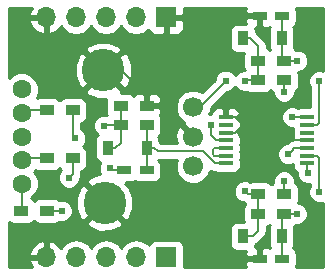
<source format=gbr>
G04 #@! TF.FileFunction,Copper,L2,Bot,Signal*
%FSLAX46Y46*%
G04 Gerber Fmt 4.6, Leading zero omitted, Abs format (unit mm)*
G04 Created by KiCad (PCBNEW 4.0.6) date 11/25/17 14:25:30*
%MOMM*%
%LPD*%
G01*
G04 APERTURE LIST*
%ADD10C,0.100000*%
%ADD11R,0.900000X1.200000*%
%ADD12C,1.600000*%
%ADD13C,1.700000*%
%ADD14C,3.600000*%
%ADD15R,1.700000X1.700000*%
%ADD16O,1.700000X1.700000*%
%ADD17R,1.200000X0.400000*%
%ADD18R,1.200000X0.900000*%
%ADD19R,1.200000X0.750000*%
%ADD20C,0.609600*%
%ADD21C,0.203200*%
%ADD22C,0.254000*%
G04 APERTURE END LIST*
D10*
D11*
X113950600Y-103715400D03*
X117250600Y-103715400D03*
D12*
X106694600Y-100762900D03*
X106694600Y-104762900D03*
D13*
X121194600Y-102762900D03*
D14*
X113694600Y-108362900D03*
D13*
X121194600Y-105262900D03*
X121194600Y-100262900D03*
D12*
X106694600Y-102762900D03*
X106694600Y-98762900D03*
X106694600Y-106762900D03*
D14*
X113594600Y-97162900D03*
D15*
X118901600Y-92666400D03*
D16*
X116361600Y-92666400D03*
X113821600Y-92666400D03*
X111281600Y-92666400D03*
X108741600Y-92666400D03*
D17*
X123960600Y-105030400D03*
X123960600Y-104380400D03*
X123960600Y-103730400D03*
X123960600Y-103080400D03*
X123960600Y-102430400D03*
X123960600Y-101780400D03*
X123960600Y-101130400D03*
X130860600Y-101130400D03*
X130860600Y-101780400D03*
X130860600Y-102430400D03*
X130860600Y-103080400D03*
X130860600Y-103730400D03*
X130860600Y-104380400D03*
X130860600Y-105030400D03*
D18*
X126691600Y-96349400D03*
X128891600Y-96349400D03*
X126691600Y-98000400D03*
X128891600Y-98000400D03*
D19*
X128741600Y-92539400D03*
X126841600Y-92539400D03*
D11*
X128679600Y-94444400D03*
X125379600Y-94444400D03*
X128679600Y-111208400D03*
X125379600Y-111208400D03*
D18*
X126691600Y-109303400D03*
X128891600Y-109303400D03*
D19*
X128741600Y-113113400D03*
X126841600Y-113113400D03*
X115350600Y-105620400D03*
X117250600Y-105620400D03*
D18*
X126691600Y-107652400D03*
X128891600Y-107652400D03*
X115050600Y-101810400D03*
X117250600Y-101810400D03*
X115050600Y-100159400D03*
X117250600Y-100159400D03*
X110984600Y-100540400D03*
X108784600Y-100540400D03*
X110984600Y-104604400D03*
X108784600Y-104604400D03*
X108825600Y-109049400D03*
X106625600Y-109049400D03*
D15*
X118907570Y-112977492D03*
D16*
X116367570Y-112977492D03*
X113827570Y-112977492D03*
X111287570Y-112977492D03*
X108747570Y-112977492D03*
D20*
X131855600Y-98063900D03*
X130014100Y-96349400D03*
X127093100Y-104413900D03*
X131855600Y-107461900D03*
X129950600Y-109303400D03*
X123949007Y-98032993D03*
X125569100Y-98063900D03*
X125569100Y-107398400D03*
X114137496Y-105456696D03*
X128883508Y-98988758D03*
X130903100Y-105810900D03*
X128885540Y-106531716D03*
X111208028Y-102902239D03*
X110691341Y-106237093D03*
X110066681Y-109049400D03*
X129569600Y-101111900D03*
X129228616Y-104248639D03*
X113677627Y-101840589D03*
X122711600Y-101810400D03*
D21*
X131855600Y-98063900D02*
X131855600Y-101588600D01*
X131855600Y-101588600D02*
X131663800Y-101780400D01*
X131663800Y-101780400D02*
X130860600Y-101780400D01*
X128891600Y-96349400D02*
X130014100Y-96349400D01*
X128679600Y-94444400D02*
X128679600Y-96137400D01*
X128679600Y-96137400D02*
X128891600Y-96349400D01*
X128741600Y-92539400D02*
X128741600Y-94382400D01*
X128741600Y-94382400D02*
X128679600Y-94444400D01*
X113594600Y-97162900D02*
X113595119Y-97163419D01*
X113595119Y-97163419D02*
X115080119Y-97163419D01*
X115080119Y-97163419D02*
X117250600Y-99333900D01*
X117250600Y-99333900D02*
X117250600Y-100159400D01*
X130860600Y-103080400D02*
X128109100Y-103080400D01*
X128109100Y-103080400D02*
X127093100Y-104096400D01*
X127093100Y-104413900D02*
X127093100Y-104096400D01*
X127093100Y-104096400D02*
X127093100Y-103982848D01*
X127093100Y-103982848D02*
X125251600Y-102141348D01*
X125251600Y-102141348D02*
X125251600Y-101942600D01*
X125251600Y-101618200D02*
X125251600Y-102093400D01*
X125251600Y-101942600D02*
X125251600Y-101618200D01*
X125251600Y-101618200D02*
X124763800Y-101130400D01*
X124763800Y-101130400D02*
X123960600Y-101130400D01*
X123960600Y-102430400D02*
X124763800Y-102430400D01*
X124763800Y-102430400D02*
X125251600Y-101942600D01*
X131855600Y-107461900D02*
X131855600Y-107156408D01*
X131855600Y-107156408D02*
X131848696Y-107149504D01*
X128891600Y-109303400D02*
X129950600Y-109303400D01*
X130860600Y-104380400D02*
X131663800Y-104380400D01*
X131663800Y-104380400D02*
X131848696Y-104565296D01*
X131848696Y-104565296D02*
X131848696Y-107149504D01*
X128679600Y-111208400D02*
X128679600Y-109515400D01*
X128679600Y-109515400D02*
X128891600Y-109303400D01*
X128741600Y-113113400D02*
X128741600Y-111270400D01*
X128741600Y-111270400D02*
X128679600Y-111208400D01*
X123949007Y-98032993D02*
X121909600Y-100072400D01*
X121909600Y-100072400D02*
X121194600Y-100072400D01*
X126691600Y-98000400D02*
X125632600Y-98000400D01*
X125632600Y-98000400D02*
X125569100Y-98063900D01*
X126691600Y-96349400D02*
X126691600Y-98000400D01*
X125379600Y-94444400D02*
X126032800Y-94444400D01*
X126032800Y-94444400D02*
X126691600Y-95103200D01*
X126691600Y-95103200D02*
X126691600Y-95696200D01*
X126691600Y-95696200D02*
X126691600Y-96349400D01*
X126691600Y-107652400D02*
X125823100Y-107652400D01*
X125823100Y-107652400D02*
X125569100Y-107398400D01*
X126691600Y-110784400D02*
X126267600Y-111208400D01*
X126267600Y-111208400D02*
X125379600Y-111208400D01*
X126691600Y-109303400D02*
X126691600Y-110784400D01*
X126691600Y-107652400D02*
X126691600Y-109303400D01*
X107979600Y-100540400D02*
X108784600Y-100540400D01*
X106694600Y-100572400D02*
X106726600Y-100540400D01*
X106726600Y-100540400D02*
X107979600Y-100540400D01*
X106694600Y-104572400D02*
X108752600Y-104572400D01*
X108752600Y-104572400D02*
X108784600Y-104604400D01*
X114301200Y-105620400D02*
X114137496Y-105456696D01*
X115350600Y-105620400D02*
X114301200Y-105620400D01*
X128883508Y-98237036D02*
X128883508Y-98988758D01*
X130860600Y-105030400D02*
X130860600Y-105768400D01*
X130860600Y-105768400D02*
X130903100Y-105810900D01*
X128995600Y-106421656D02*
X128885540Y-106531716D01*
X128891600Y-106537776D02*
X128885540Y-106531716D01*
X128891600Y-107652400D02*
X128891600Y-106537776D01*
X106694600Y-108980400D02*
X106625600Y-109049400D01*
X106694600Y-106572400D02*
X106694600Y-108980400D01*
X110984600Y-102678811D02*
X111208028Y-102902239D01*
X110984600Y-100540400D02*
X110984600Y-102678811D01*
X110984600Y-104604400D02*
X110984600Y-105943834D01*
X110984600Y-105943834D02*
X110691341Y-106237093D01*
X108825600Y-109049400D02*
X110066681Y-109049400D01*
X130860600Y-101130400D02*
X129588100Y-101130400D01*
X129588100Y-101130400D02*
X129569600Y-101111900D01*
X129533415Y-103943840D02*
X129228616Y-104248639D01*
X129746855Y-103730400D02*
X129533415Y-103943840D01*
X130860600Y-103730400D02*
X129746855Y-103730400D01*
X113707816Y-101810400D02*
X113677627Y-101840589D01*
X115050600Y-101810400D02*
X113707816Y-101810400D01*
X113950600Y-103715400D02*
X114603800Y-103715400D01*
X115050600Y-102463600D02*
X115050600Y-101810400D01*
X114603800Y-103715400D02*
X115050600Y-103268600D01*
X115050600Y-103268600D02*
X115050600Y-102463600D01*
X115050600Y-100159400D02*
X115050600Y-101810400D01*
X117250600Y-101810400D02*
X117254815Y-101814615D01*
X117254815Y-101814615D02*
X117254815Y-103711185D01*
X117254815Y-103711185D02*
X117250600Y-103715400D01*
X117250600Y-103715400D02*
X117903800Y-103715400D01*
X117903800Y-103715400D02*
X118204911Y-104016511D01*
X118204911Y-104016511D02*
X121996711Y-104016511D01*
X121996711Y-104016511D02*
X123010600Y-105030400D01*
X123010600Y-105030400D02*
X123960600Y-105030400D01*
X117250600Y-105620400D02*
X117250600Y-105042200D01*
X117250600Y-103715400D02*
X117250600Y-105620400D01*
X123960600Y-104380400D02*
X122971201Y-104380400D01*
X122971201Y-104380400D02*
X122838600Y-104247799D01*
X122838600Y-104247799D02*
X122838600Y-103887430D01*
X122838600Y-103887430D02*
X122995630Y-103730400D01*
X122995630Y-103730400D02*
X123960600Y-103730400D01*
X123157400Y-103080400D02*
X122711600Y-102634600D01*
X122711600Y-102634600D02*
X122711600Y-101810400D01*
X123960600Y-103080400D02*
X123157400Y-103080400D01*
D22*
G36*
X107300114Y-92309508D02*
X107420781Y-92539400D01*
X108614600Y-92539400D01*
X108614600Y-92519400D01*
X108868600Y-92519400D01*
X108868600Y-92539400D01*
X108888600Y-92539400D01*
X108888600Y-92793400D01*
X108868600Y-92793400D01*
X108868600Y-93986555D01*
X109098490Y-94107876D01*
X109508524Y-93938045D01*
X109936783Y-93547758D01*
X110003898Y-93404847D01*
X110231546Y-93745547D01*
X110713315Y-94067454D01*
X111281600Y-94180493D01*
X111849885Y-94067454D01*
X112331654Y-93745547D01*
X112551600Y-93416374D01*
X112771546Y-93745547D01*
X113253315Y-94067454D01*
X113821600Y-94180493D01*
X114389885Y-94067454D01*
X114871654Y-93745547D01*
X115091600Y-93416374D01*
X115311546Y-93745547D01*
X115793315Y-94067454D01*
X116361600Y-94180493D01*
X116929885Y-94067454D01*
X117411654Y-93745547D01*
X117441003Y-93701623D01*
X117513273Y-93876098D01*
X117691901Y-94054727D01*
X117925290Y-94151400D01*
X118615850Y-94151400D01*
X118774600Y-93992650D01*
X118774600Y-92793400D01*
X119028600Y-92793400D01*
X119028600Y-93992650D01*
X119187350Y-94151400D01*
X119877910Y-94151400D01*
X120111299Y-94054727D01*
X120289927Y-93876098D01*
X120386600Y-93642709D01*
X120386600Y-92952150D01*
X120227850Y-92793400D01*
X119028600Y-92793400D01*
X118774600Y-92793400D01*
X118754600Y-92793400D01*
X118754600Y-92539400D01*
X118774600Y-92539400D01*
X118774600Y-92519400D01*
X119028600Y-92519400D01*
X119028600Y-92539400D01*
X120227850Y-92539400D01*
X120386600Y-92380650D01*
X120386600Y-91852400D01*
X125683515Y-91852400D01*
X125606600Y-92038090D01*
X125606600Y-92253650D01*
X125765350Y-92412400D01*
X126714600Y-92412400D01*
X126714600Y-92392400D01*
X126968600Y-92392400D01*
X126968600Y-92412400D01*
X126988600Y-92412400D01*
X126988600Y-92666400D01*
X126968600Y-92666400D01*
X126968600Y-93390650D01*
X127127350Y-93549400D01*
X127567909Y-93549400D01*
X127700013Y-93494681D01*
X127633169Y-93592510D01*
X127582160Y-93844400D01*
X127582160Y-95044400D01*
X127626438Y-95279717D01*
X127718228Y-95422362D01*
X127543490Y-95302969D01*
X127428200Y-95279622D01*
X127428200Y-95103200D01*
X127372130Y-94821315D01*
X127212455Y-94582345D01*
X126553655Y-93923545D01*
X126477040Y-93872352D01*
X126477040Y-93844400D01*
X126432762Y-93609083D01*
X126394357Y-93549400D01*
X126555850Y-93549400D01*
X126714600Y-93390650D01*
X126714600Y-92666400D01*
X125765350Y-92666400D01*
X125606600Y-92825150D01*
X125606600Y-93040710D01*
X125671321Y-93196960D01*
X124929600Y-93196960D01*
X124694283Y-93241238D01*
X124478159Y-93380310D01*
X124333169Y-93592510D01*
X124282160Y-93844400D01*
X124282160Y-95044400D01*
X124326438Y-95279717D01*
X124465510Y-95495841D01*
X124677710Y-95640831D01*
X124929600Y-95691840D01*
X125486192Y-95691840D01*
X125444160Y-95899400D01*
X125444160Y-96799400D01*
X125488438Y-97034717D01*
X125545941Y-97124079D01*
X125382982Y-97123937D01*
X125037441Y-97266712D01*
X124772841Y-97530851D01*
X124765598Y-97548293D01*
X124746195Y-97501334D01*
X124482056Y-97236734D01*
X124136765Y-97093356D01*
X123762889Y-97093030D01*
X123417348Y-97235805D01*
X123152748Y-97499944D01*
X123009370Y-97845235D01*
X123009295Y-97930995D01*
X121965301Y-98974989D01*
X121491281Y-98778158D01*
X120900511Y-98777643D01*
X120354514Y-99003244D01*
X119936412Y-99420617D01*
X119709858Y-99966219D01*
X119709343Y-100556989D01*
X119934944Y-101102986D01*
X120352317Y-101521088D01*
X120388631Y-101536167D01*
X120330247Y-101718942D01*
X121194600Y-102583295D01*
X121208743Y-102569153D01*
X121388348Y-102748758D01*
X121374205Y-102762900D01*
X121388348Y-102777043D01*
X121208743Y-102956648D01*
X121194600Y-102942505D01*
X121180458Y-102956648D01*
X121000853Y-102777043D01*
X121014995Y-102762900D01*
X120150642Y-101898547D01*
X119899341Y-101978820D01*
X119697882Y-102534179D01*
X119724285Y-103124358D01*
X119788717Y-103279911D01*
X118510021Y-103279911D01*
X118424655Y-103194545D01*
X118348040Y-103143352D01*
X118348040Y-103115400D01*
X118303762Y-102880083D01*
X118232454Y-102769268D01*
X118302041Y-102724490D01*
X118447031Y-102512290D01*
X118498040Y-102260400D01*
X118498040Y-101360400D01*
X118453762Y-101125083D01*
X118367303Y-100990723D01*
X118388927Y-100969099D01*
X118485600Y-100735710D01*
X118485600Y-100445150D01*
X118326850Y-100286400D01*
X117377600Y-100286400D01*
X117377600Y-100306400D01*
X117123600Y-100306400D01*
X117123600Y-100286400D01*
X117103600Y-100286400D01*
X117103600Y-100032400D01*
X117123600Y-100032400D01*
X117123600Y-99233150D01*
X117377600Y-99233150D01*
X117377600Y-100032400D01*
X118326850Y-100032400D01*
X118485600Y-99873650D01*
X118485600Y-99583090D01*
X118388927Y-99349701D01*
X118210298Y-99171073D01*
X117976909Y-99074400D01*
X117536350Y-99074400D01*
X117377600Y-99233150D01*
X117123600Y-99233150D01*
X116964850Y-99074400D01*
X116524291Y-99074400D01*
X116290902Y-99171073D01*
X116149664Y-99312310D01*
X116114690Y-99257959D01*
X115902490Y-99112969D01*
X115650600Y-99061960D01*
X115051103Y-99061960D01*
X115145625Y-98893530D01*
X113594600Y-97342505D01*
X112043575Y-98893530D01*
X112239958Y-99243469D01*
X113139273Y-99603494D01*
X113826263Y-99595314D01*
X113803160Y-99709400D01*
X113803160Y-100609400D01*
X113847438Y-100844717D01*
X113890275Y-100911287D01*
X113865385Y-100900952D01*
X113491509Y-100900626D01*
X113145968Y-101043401D01*
X112881368Y-101307540D01*
X112737990Y-101652831D01*
X112737664Y-102026707D01*
X112880439Y-102372248D01*
X113116048Y-102608268D01*
X113049159Y-102651310D01*
X112904169Y-102863510D01*
X112853160Y-103115400D01*
X112853160Y-104315400D01*
X112897438Y-104550717D01*
X113036510Y-104766841D01*
X113248710Y-104911831D01*
X113338586Y-104930031D01*
X113197859Y-105268938D01*
X113197533Y-105642814D01*
X113317114Y-105932222D01*
X113181292Y-105933839D01*
X112339958Y-106282331D01*
X112143575Y-106632270D01*
X113694600Y-108183295D01*
X113708743Y-108169153D01*
X113888348Y-108348758D01*
X113874205Y-108362900D01*
X115425230Y-109913925D01*
X115775169Y-109717542D01*
X116135194Y-108818227D01*
X116123661Y-107849592D01*
X115775169Y-107008258D01*
X115425232Y-106811876D01*
X115538182Y-106698926D01*
X115482096Y-106642840D01*
X115950600Y-106642840D01*
X116185917Y-106598562D01*
X116300578Y-106524780D01*
X116398710Y-106591831D01*
X116650600Y-106642840D01*
X117850600Y-106642840D01*
X118085917Y-106598562D01*
X118302041Y-106459490D01*
X118447031Y-106247290D01*
X118498040Y-105995400D01*
X118498040Y-105245400D01*
X118453762Y-105010083D01*
X118314690Y-104793959D01*
X118254907Y-104753111D01*
X119798348Y-104753111D01*
X119709858Y-104966219D01*
X119709343Y-105556989D01*
X119934944Y-106102986D01*
X120352317Y-106521088D01*
X120897919Y-106747642D01*
X121488689Y-106748157D01*
X122034686Y-106522556D01*
X122452788Y-106105183D01*
X122640869Y-105652233D01*
X122728715Y-105710930D01*
X122775483Y-105720233D01*
X123010600Y-105767001D01*
X123010605Y-105767000D01*
X123021144Y-105767000D01*
X123108710Y-105826831D01*
X123360600Y-105877840D01*
X124560600Y-105877840D01*
X124795917Y-105833562D01*
X125012041Y-105694490D01*
X125157031Y-105482290D01*
X125208040Y-105230400D01*
X125208040Y-104830400D01*
X125183656Y-104700811D01*
X125208040Y-104580400D01*
X125208040Y-104180400D01*
X125183656Y-104050811D01*
X125208040Y-103930400D01*
X125208040Y-103530400D01*
X125183656Y-103400811D01*
X125208040Y-103280400D01*
X125208040Y-102880400D01*
X125188150Y-102774695D01*
X125195600Y-102756710D01*
X125195600Y-102689150D01*
X125166596Y-102660146D01*
X125163762Y-102645083D01*
X125024690Y-102428959D01*
X125023301Y-102428010D01*
X125157031Y-102232290D01*
X125162635Y-102204615D01*
X125195600Y-102171650D01*
X125195600Y-102104090D01*
X125187132Y-102083647D01*
X125208040Y-101980400D01*
X125208040Y-101580400D01*
X125188150Y-101474695D01*
X125195600Y-101456710D01*
X125195600Y-101389150D01*
X125166596Y-101360146D01*
X125163762Y-101345083D01*
X125024690Y-101128959D01*
X124880444Y-101030400D01*
X125036850Y-101030400D01*
X125195600Y-100871650D01*
X125195600Y-100804090D01*
X125098927Y-100570701D01*
X124920298Y-100392073D01*
X124686909Y-100295400D01*
X124246350Y-100295400D01*
X124087600Y-100454150D01*
X124087600Y-100932960D01*
X123833600Y-100932960D01*
X123833600Y-100454150D01*
X123674850Y-100295400D01*
X123234291Y-100295400D01*
X123000902Y-100392073D01*
X122822273Y-100570701D01*
X122725600Y-100804090D01*
X122725600Y-100870611D01*
X122550254Y-100870459D01*
X122679342Y-100559581D01*
X122679530Y-100344180D01*
X124050828Y-98972882D01*
X124135125Y-98972956D01*
X124480666Y-98830181D01*
X124745266Y-98566042D01*
X124752509Y-98548600D01*
X124771912Y-98595559D01*
X125036051Y-98860159D01*
X125381342Y-99003537D01*
X125755218Y-99003863D01*
X125768682Y-98998300D01*
X125839710Y-99046831D01*
X126091600Y-99097840D01*
X127291600Y-99097840D01*
X127526917Y-99053562D01*
X127743041Y-98914490D01*
X127790734Y-98844689D01*
X127827510Y-98901841D01*
X127943714Y-98981240D01*
X127943545Y-99174876D01*
X128086320Y-99520417D01*
X128350459Y-99785017D01*
X128695750Y-99928395D01*
X129069626Y-99928721D01*
X129415167Y-99785946D01*
X129679767Y-99521807D01*
X129823145Y-99176516D01*
X129823306Y-98991537D01*
X129943041Y-98914490D01*
X130088031Y-98702290D01*
X130139040Y-98450400D01*
X130139040Y-97550400D01*
X130094762Y-97315083D01*
X130078143Y-97289257D01*
X130200218Y-97289363D01*
X130545759Y-97146588D01*
X130810359Y-96882449D01*
X130953737Y-96537158D01*
X130954063Y-96163282D01*
X130811288Y-95817741D01*
X130547149Y-95553141D01*
X130201858Y-95409763D01*
X129899402Y-95409499D01*
X129743490Y-95302969D01*
X129724144Y-95299051D01*
X129726031Y-95296290D01*
X129777040Y-95044400D01*
X129777040Y-93844400D01*
X129732762Y-93609083D01*
X129645480Y-93473443D01*
X129793041Y-93378490D01*
X129938031Y-93166290D01*
X129989040Y-92914400D01*
X129989040Y-92164400D01*
X129944762Y-91929083D01*
X129895418Y-91852400D01*
X132161600Y-91852400D01*
X132161600Y-97173362D01*
X132043358Y-97124263D01*
X131669482Y-97123937D01*
X131323941Y-97266712D01*
X131059341Y-97530851D01*
X130915963Y-97876142D01*
X130915637Y-98250018D01*
X131058412Y-98595559D01*
X131119000Y-98656253D01*
X131119000Y-100282960D01*
X130260600Y-100282960D01*
X130097743Y-100313604D01*
X129757358Y-100172263D01*
X129383482Y-100171937D01*
X129037941Y-100314712D01*
X128773341Y-100578851D01*
X128629963Y-100924142D01*
X128629637Y-101298018D01*
X128772412Y-101643559D01*
X129036551Y-101908159D01*
X129381842Y-102051537D01*
X129626586Y-102051750D01*
X129637544Y-102109989D01*
X129613160Y-102230400D01*
X129613160Y-102630400D01*
X129633050Y-102736105D01*
X129625600Y-102754090D01*
X129625600Y-102821650D01*
X129654604Y-102850654D01*
X129657438Y-102865717D01*
X129713859Y-102953398D01*
X129625600Y-102953398D01*
X129625600Y-103017919D01*
X129464970Y-103049870D01*
X129264045Y-103184124D01*
X129226000Y-103209545D01*
X129126795Y-103308750D01*
X129042498Y-103308676D01*
X128696957Y-103451451D01*
X128432357Y-103715590D01*
X128288979Y-104060881D01*
X128288653Y-104434757D01*
X128431428Y-104780298D01*
X128695567Y-105044898D01*
X129040858Y-105188276D01*
X129414734Y-105188602D01*
X129613160Y-105106614D01*
X129613160Y-105230400D01*
X129657438Y-105465717D01*
X129796510Y-105681841D01*
X129963312Y-105795812D01*
X129963137Y-105997018D01*
X130105912Y-106342559D01*
X130370051Y-106607159D01*
X130715342Y-106750537D01*
X131089218Y-106750863D01*
X131112096Y-106741410D01*
X131112096Y-106876188D01*
X131059341Y-106928851D01*
X130915963Y-107274142D01*
X130915637Y-107648018D01*
X131058412Y-107993559D01*
X131322551Y-108258159D01*
X131667842Y-108401537D01*
X132041718Y-108401863D01*
X132161600Y-108352329D01*
X132161600Y-113800400D01*
X129896960Y-113800400D01*
X129938031Y-113740290D01*
X129989040Y-113488400D01*
X129989040Y-112738400D01*
X129944762Y-112503083D01*
X129805690Y-112286959D01*
X129645801Y-112177711D01*
X129726031Y-112060290D01*
X129777040Y-111808400D01*
X129777040Y-110608400D01*
X129732762Y-110373083D01*
X129722648Y-110357365D01*
X129726917Y-110356562D01*
X129903150Y-110243159D01*
X130136718Y-110243363D01*
X130482259Y-110100588D01*
X130746859Y-109836449D01*
X130890237Y-109491158D01*
X130890563Y-109117282D01*
X130747788Y-108771741D01*
X130483649Y-108507141D01*
X130138358Y-108363763D01*
X130081592Y-108363714D01*
X130088031Y-108354290D01*
X130139040Y-108102400D01*
X130139040Y-107202400D01*
X130094762Y-106967083D01*
X129955690Y-106750959D01*
X129825227Y-106661818D01*
X129825503Y-106345598D01*
X129682728Y-106000057D01*
X129418589Y-105735457D01*
X129073298Y-105592079D01*
X128699422Y-105591753D01*
X128353881Y-105734528D01*
X128089281Y-105998667D01*
X127945903Y-106343958D01*
X127945618Y-106670449D01*
X127840159Y-106738310D01*
X127792466Y-106808111D01*
X127755690Y-106750959D01*
X127543490Y-106605969D01*
X127291600Y-106554960D01*
X126091600Y-106554960D01*
X126020668Y-106568307D01*
X125756858Y-106458763D01*
X125382982Y-106458437D01*
X125037441Y-106601212D01*
X124772841Y-106865351D01*
X124629463Y-107210642D01*
X124629137Y-107584518D01*
X124771912Y-107930059D01*
X125036051Y-108194659D01*
X125381342Y-108338037D01*
X125488704Y-108338131D01*
X125579121Y-108478642D01*
X125495169Y-108601510D01*
X125444160Y-108853400D01*
X125444160Y-109753400D01*
X125483215Y-109960960D01*
X124929600Y-109960960D01*
X124694283Y-110005238D01*
X124478159Y-110144310D01*
X124333169Y-110356510D01*
X124282160Y-110608400D01*
X124282160Y-111808400D01*
X124326438Y-112043717D01*
X124465510Y-112259841D01*
X124677710Y-112404831D01*
X124929600Y-112455840D01*
X125671321Y-112455840D01*
X125606600Y-112612090D01*
X125606600Y-112827650D01*
X125765350Y-112986400D01*
X126714600Y-112986400D01*
X126714600Y-112262150D01*
X126555850Y-112103400D01*
X126396575Y-112103400D01*
X126426031Y-112060290D01*
X126457007Y-111907325D01*
X126549485Y-111888930D01*
X126788455Y-111729255D01*
X127212455Y-111305255D01*
X127235744Y-111270400D01*
X127372130Y-111066285D01*
X127399932Y-110926515D01*
X127428201Y-110784400D01*
X127428200Y-110784395D01*
X127428200Y-110375137D01*
X127526917Y-110356562D01*
X127716478Y-110234583D01*
X127633169Y-110356510D01*
X127582160Y-110608400D01*
X127582160Y-111808400D01*
X127626438Y-112043717D01*
X127700069Y-112158142D01*
X127567909Y-112103400D01*
X127127350Y-112103400D01*
X126968600Y-112262150D01*
X126968600Y-112986400D01*
X126988600Y-112986400D01*
X126988600Y-113240400D01*
X126968600Y-113240400D01*
X126968600Y-113260400D01*
X126714600Y-113260400D01*
X126714600Y-113240400D01*
X125765350Y-113240400D01*
X125606600Y-113399150D01*
X125606600Y-113614710D01*
X125683515Y-113800400D01*
X120405010Y-113800400D01*
X120405010Y-112127492D01*
X120360732Y-111892175D01*
X120221660Y-111676051D01*
X120009460Y-111531061D01*
X119757570Y-111480052D01*
X118057570Y-111480052D01*
X117822253Y-111524330D01*
X117606129Y-111663402D01*
X117461139Y-111875602D01*
X117447484Y-111943033D01*
X117417624Y-111898345D01*
X116935855Y-111576438D01*
X116367570Y-111463399D01*
X115799285Y-111576438D01*
X115317516Y-111898345D01*
X115097570Y-112227518D01*
X114877624Y-111898345D01*
X114395855Y-111576438D01*
X113827570Y-111463399D01*
X113259285Y-111576438D01*
X112777516Y-111898345D01*
X112557570Y-112227518D01*
X112337624Y-111898345D01*
X111855855Y-111576438D01*
X111287570Y-111463399D01*
X110719285Y-111576438D01*
X110237516Y-111898345D01*
X110009868Y-112239045D01*
X109942753Y-112096134D01*
X109514494Y-111705847D01*
X109104460Y-111536016D01*
X108874570Y-111657337D01*
X108874570Y-112850492D01*
X108894570Y-112850492D01*
X108894570Y-113104492D01*
X108874570Y-113104492D01*
X108874570Y-113124492D01*
X108620570Y-113124492D01*
X108620570Y-113104492D01*
X107426751Y-113104492D01*
X107306084Y-113334384D01*
X107524937Y-113800400D01*
X105641600Y-113800400D01*
X105641600Y-112620600D01*
X107306084Y-112620600D01*
X107426751Y-112850492D01*
X108620570Y-112850492D01*
X108620570Y-111657337D01*
X108390680Y-111536016D01*
X107980646Y-111705847D01*
X107552387Y-112096134D01*
X107306084Y-112620600D01*
X105641600Y-112620600D01*
X105641600Y-110005564D01*
X105773710Y-110095831D01*
X106025600Y-110146840D01*
X107225600Y-110146840D01*
X107460917Y-110102562D01*
X107677041Y-109963490D01*
X107724734Y-109893689D01*
X107761510Y-109950841D01*
X107973710Y-110095831D01*
X108225600Y-110146840D01*
X109425600Y-110146840D01*
X109660917Y-110102562D01*
X109674953Y-110093530D01*
X112143575Y-110093530D01*
X112339958Y-110443469D01*
X113239273Y-110803494D01*
X114207908Y-110791961D01*
X115049242Y-110443469D01*
X115245625Y-110093530D01*
X113694600Y-108542505D01*
X112143575Y-110093530D01*
X109674953Y-110093530D01*
X109853649Y-109978542D01*
X109878923Y-109989037D01*
X110252799Y-109989363D01*
X110598340Y-109846588D01*
X110862940Y-109582449D01*
X111006318Y-109237158D01*
X111006644Y-108863282D01*
X110863869Y-108517741D01*
X110599730Y-108253141D01*
X110254439Y-108109763D01*
X109880563Y-108109437D01*
X109851118Y-108121604D01*
X109677490Y-108002969D01*
X109425600Y-107951960D01*
X108225600Y-107951960D01*
X107990283Y-107996238D01*
X107774159Y-108135310D01*
X107726466Y-108205111D01*
X107689690Y-108147959D01*
X107477490Y-108002969D01*
X107459818Y-107999390D01*
X107506400Y-107980143D01*
X107579096Y-107907573D01*
X111254006Y-107907573D01*
X111265539Y-108876208D01*
X111614031Y-109717542D01*
X111963970Y-109913925D01*
X113514995Y-108362900D01*
X111963970Y-106811875D01*
X111614031Y-107008258D01*
X111254006Y-107907573D01*
X107579096Y-107907573D01*
X107910424Y-107576823D01*
X108129350Y-107049591D01*
X108129848Y-106478713D01*
X107911843Y-105951100D01*
X107723997Y-105762926D01*
X107875467Y-105611719D01*
X107932710Y-105650831D01*
X108184600Y-105701840D01*
X109384600Y-105701840D01*
X109619917Y-105657562D01*
X109836041Y-105518490D01*
X109883734Y-105448689D01*
X109920510Y-105505841D01*
X110023285Y-105576064D01*
X109895082Y-105704044D01*
X109751704Y-106049335D01*
X109751378Y-106423211D01*
X109894153Y-106768752D01*
X110158292Y-107033352D01*
X110503583Y-107176730D01*
X110877459Y-107177056D01*
X111223000Y-107034281D01*
X111487600Y-106770142D01*
X111630978Y-106424851D01*
X111631107Y-106276638D01*
X111665130Y-106225719D01*
X111721200Y-105943834D01*
X111721200Y-105676137D01*
X111819917Y-105657562D01*
X112036041Y-105518490D01*
X112181031Y-105306290D01*
X112232040Y-105054400D01*
X112232040Y-104154400D01*
X112187762Y-103919083D01*
X112048690Y-103702959D01*
X111863146Y-103576183D01*
X112004287Y-103435288D01*
X112147665Y-103089997D01*
X112147991Y-102716121D01*
X112005216Y-102370580D01*
X111741077Y-102105980D01*
X111721200Y-102097726D01*
X111721200Y-101612137D01*
X111819917Y-101593562D01*
X112036041Y-101454490D01*
X112181031Y-101242290D01*
X112232040Y-100990400D01*
X112232040Y-100090400D01*
X112187762Y-99855083D01*
X112048690Y-99638959D01*
X111836490Y-99493969D01*
X111584600Y-99442960D01*
X110384600Y-99442960D01*
X110149283Y-99487238D01*
X109933159Y-99626310D01*
X109885466Y-99696111D01*
X109848690Y-99638959D01*
X109636490Y-99493969D01*
X109384600Y-99442960D01*
X108184600Y-99442960D01*
X107949283Y-99487238D01*
X107947018Y-99488696D01*
X108129350Y-99049591D01*
X108129848Y-98478713D01*
X107911843Y-97951100D01*
X107508523Y-97547076D01*
X106981291Y-97328150D01*
X106410413Y-97327652D01*
X105882800Y-97545657D01*
X105641600Y-97786437D01*
X105641600Y-96707573D01*
X111154006Y-96707573D01*
X111165539Y-97676208D01*
X111514031Y-98517542D01*
X111863970Y-98713925D01*
X113414995Y-97162900D01*
X113774205Y-97162900D01*
X115325230Y-98713925D01*
X115675169Y-98517542D01*
X116035194Y-97618227D01*
X116023661Y-96649592D01*
X115675169Y-95808258D01*
X115325230Y-95611875D01*
X113774205Y-97162900D01*
X113414995Y-97162900D01*
X111863970Y-95611875D01*
X111514031Y-95808258D01*
X111154006Y-96707573D01*
X105641600Y-96707573D01*
X105641600Y-95432270D01*
X112043575Y-95432270D01*
X113594600Y-96983295D01*
X115145625Y-95432270D01*
X114949242Y-95082331D01*
X114049927Y-94722306D01*
X113081292Y-94733839D01*
X112239958Y-95082331D01*
X112043575Y-95432270D01*
X105641600Y-95432270D01*
X105641600Y-93023292D01*
X107300114Y-93023292D01*
X107546417Y-93547758D01*
X107974676Y-93938045D01*
X108384710Y-94107876D01*
X108614600Y-93986555D01*
X108614600Y-92793400D01*
X107420781Y-92793400D01*
X107300114Y-93023292D01*
X105641600Y-93023292D01*
X105641600Y-91852400D01*
X107514784Y-91852400D01*
X107300114Y-92309508D01*
X107300114Y-92309508D01*
G37*
X107300114Y-92309508D02*
X107420781Y-92539400D01*
X108614600Y-92539400D01*
X108614600Y-92519400D01*
X108868600Y-92519400D01*
X108868600Y-92539400D01*
X108888600Y-92539400D01*
X108888600Y-92793400D01*
X108868600Y-92793400D01*
X108868600Y-93986555D01*
X109098490Y-94107876D01*
X109508524Y-93938045D01*
X109936783Y-93547758D01*
X110003898Y-93404847D01*
X110231546Y-93745547D01*
X110713315Y-94067454D01*
X111281600Y-94180493D01*
X111849885Y-94067454D01*
X112331654Y-93745547D01*
X112551600Y-93416374D01*
X112771546Y-93745547D01*
X113253315Y-94067454D01*
X113821600Y-94180493D01*
X114389885Y-94067454D01*
X114871654Y-93745547D01*
X115091600Y-93416374D01*
X115311546Y-93745547D01*
X115793315Y-94067454D01*
X116361600Y-94180493D01*
X116929885Y-94067454D01*
X117411654Y-93745547D01*
X117441003Y-93701623D01*
X117513273Y-93876098D01*
X117691901Y-94054727D01*
X117925290Y-94151400D01*
X118615850Y-94151400D01*
X118774600Y-93992650D01*
X118774600Y-92793400D01*
X119028600Y-92793400D01*
X119028600Y-93992650D01*
X119187350Y-94151400D01*
X119877910Y-94151400D01*
X120111299Y-94054727D01*
X120289927Y-93876098D01*
X120386600Y-93642709D01*
X120386600Y-92952150D01*
X120227850Y-92793400D01*
X119028600Y-92793400D01*
X118774600Y-92793400D01*
X118754600Y-92793400D01*
X118754600Y-92539400D01*
X118774600Y-92539400D01*
X118774600Y-92519400D01*
X119028600Y-92519400D01*
X119028600Y-92539400D01*
X120227850Y-92539400D01*
X120386600Y-92380650D01*
X120386600Y-91852400D01*
X125683515Y-91852400D01*
X125606600Y-92038090D01*
X125606600Y-92253650D01*
X125765350Y-92412400D01*
X126714600Y-92412400D01*
X126714600Y-92392400D01*
X126968600Y-92392400D01*
X126968600Y-92412400D01*
X126988600Y-92412400D01*
X126988600Y-92666400D01*
X126968600Y-92666400D01*
X126968600Y-93390650D01*
X127127350Y-93549400D01*
X127567909Y-93549400D01*
X127700013Y-93494681D01*
X127633169Y-93592510D01*
X127582160Y-93844400D01*
X127582160Y-95044400D01*
X127626438Y-95279717D01*
X127718228Y-95422362D01*
X127543490Y-95302969D01*
X127428200Y-95279622D01*
X127428200Y-95103200D01*
X127372130Y-94821315D01*
X127212455Y-94582345D01*
X126553655Y-93923545D01*
X126477040Y-93872352D01*
X126477040Y-93844400D01*
X126432762Y-93609083D01*
X126394357Y-93549400D01*
X126555850Y-93549400D01*
X126714600Y-93390650D01*
X126714600Y-92666400D01*
X125765350Y-92666400D01*
X125606600Y-92825150D01*
X125606600Y-93040710D01*
X125671321Y-93196960D01*
X124929600Y-93196960D01*
X124694283Y-93241238D01*
X124478159Y-93380310D01*
X124333169Y-93592510D01*
X124282160Y-93844400D01*
X124282160Y-95044400D01*
X124326438Y-95279717D01*
X124465510Y-95495841D01*
X124677710Y-95640831D01*
X124929600Y-95691840D01*
X125486192Y-95691840D01*
X125444160Y-95899400D01*
X125444160Y-96799400D01*
X125488438Y-97034717D01*
X125545941Y-97124079D01*
X125382982Y-97123937D01*
X125037441Y-97266712D01*
X124772841Y-97530851D01*
X124765598Y-97548293D01*
X124746195Y-97501334D01*
X124482056Y-97236734D01*
X124136765Y-97093356D01*
X123762889Y-97093030D01*
X123417348Y-97235805D01*
X123152748Y-97499944D01*
X123009370Y-97845235D01*
X123009295Y-97930995D01*
X121965301Y-98974989D01*
X121491281Y-98778158D01*
X120900511Y-98777643D01*
X120354514Y-99003244D01*
X119936412Y-99420617D01*
X119709858Y-99966219D01*
X119709343Y-100556989D01*
X119934944Y-101102986D01*
X120352317Y-101521088D01*
X120388631Y-101536167D01*
X120330247Y-101718942D01*
X121194600Y-102583295D01*
X121208743Y-102569153D01*
X121388348Y-102748758D01*
X121374205Y-102762900D01*
X121388348Y-102777043D01*
X121208743Y-102956648D01*
X121194600Y-102942505D01*
X121180458Y-102956648D01*
X121000853Y-102777043D01*
X121014995Y-102762900D01*
X120150642Y-101898547D01*
X119899341Y-101978820D01*
X119697882Y-102534179D01*
X119724285Y-103124358D01*
X119788717Y-103279911D01*
X118510021Y-103279911D01*
X118424655Y-103194545D01*
X118348040Y-103143352D01*
X118348040Y-103115400D01*
X118303762Y-102880083D01*
X118232454Y-102769268D01*
X118302041Y-102724490D01*
X118447031Y-102512290D01*
X118498040Y-102260400D01*
X118498040Y-101360400D01*
X118453762Y-101125083D01*
X118367303Y-100990723D01*
X118388927Y-100969099D01*
X118485600Y-100735710D01*
X118485600Y-100445150D01*
X118326850Y-100286400D01*
X117377600Y-100286400D01*
X117377600Y-100306400D01*
X117123600Y-100306400D01*
X117123600Y-100286400D01*
X117103600Y-100286400D01*
X117103600Y-100032400D01*
X117123600Y-100032400D01*
X117123600Y-99233150D01*
X117377600Y-99233150D01*
X117377600Y-100032400D01*
X118326850Y-100032400D01*
X118485600Y-99873650D01*
X118485600Y-99583090D01*
X118388927Y-99349701D01*
X118210298Y-99171073D01*
X117976909Y-99074400D01*
X117536350Y-99074400D01*
X117377600Y-99233150D01*
X117123600Y-99233150D01*
X116964850Y-99074400D01*
X116524291Y-99074400D01*
X116290902Y-99171073D01*
X116149664Y-99312310D01*
X116114690Y-99257959D01*
X115902490Y-99112969D01*
X115650600Y-99061960D01*
X115051103Y-99061960D01*
X115145625Y-98893530D01*
X113594600Y-97342505D01*
X112043575Y-98893530D01*
X112239958Y-99243469D01*
X113139273Y-99603494D01*
X113826263Y-99595314D01*
X113803160Y-99709400D01*
X113803160Y-100609400D01*
X113847438Y-100844717D01*
X113890275Y-100911287D01*
X113865385Y-100900952D01*
X113491509Y-100900626D01*
X113145968Y-101043401D01*
X112881368Y-101307540D01*
X112737990Y-101652831D01*
X112737664Y-102026707D01*
X112880439Y-102372248D01*
X113116048Y-102608268D01*
X113049159Y-102651310D01*
X112904169Y-102863510D01*
X112853160Y-103115400D01*
X112853160Y-104315400D01*
X112897438Y-104550717D01*
X113036510Y-104766841D01*
X113248710Y-104911831D01*
X113338586Y-104930031D01*
X113197859Y-105268938D01*
X113197533Y-105642814D01*
X113317114Y-105932222D01*
X113181292Y-105933839D01*
X112339958Y-106282331D01*
X112143575Y-106632270D01*
X113694600Y-108183295D01*
X113708743Y-108169153D01*
X113888348Y-108348758D01*
X113874205Y-108362900D01*
X115425230Y-109913925D01*
X115775169Y-109717542D01*
X116135194Y-108818227D01*
X116123661Y-107849592D01*
X115775169Y-107008258D01*
X115425232Y-106811876D01*
X115538182Y-106698926D01*
X115482096Y-106642840D01*
X115950600Y-106642840D01*
X116185917Y-106598562D01*
X116300578Y-106524780D01*
X116398710Y-106591831D01*
X116650600Y-106642840D01*
X117850600Y-106642840D01*
X118085917Y-106598562D01*
X118302041Y-106459490D01*
X118447031Y-106247290D01*
X118498040Y-105995400D01*
X118498040Y-105245400D01*
X118453762Y-105010083D01*
X118314690Y-104793959D01*
X118254907Y-104753111D01*
X119798348Y-104753111D01*
X119709858Y-104966219D01*
X119709343Y-105556989D01*
X119934944Y-106102986D01*
X120352317Y-106521088D01*
X120897919Y-106747642D01*
X121488689Y-106748157D01*
X122034686Y-106522556D01*
X122452788Y-106105183D01*
X122640869Y-105652233D01*
X122728715Y-105710930D01*
X122775483Y-105720233D01*
X123010600Y-105767001D01*
X123010605Y-105767000D01*
X123021144Y-105767000D01*
X123108710Y-105826831D01*
X123360600Y-105877840D01*
X124560600Y-105877840D01*
X124795917Y-105833562D01*
X125012041Y-105694490D01*
X125157031Y-105482290D01*
X125208040Y-105230400D01*
X125208040Y-104830400D01*
X125183656Y-104700811D01*
X125208040Y-104580400D01*
X125208040Y-104180400D01*
X125183656Y-104050811D01*
X125208040Y-103930400D01*
X125208040Y-103530400D01*
X125183656Y-103400811D01*
X125208040Y-103280400D01*
X125208040Y-102880400D01*
X125188150Y-102774695D01*
X125195600Y-102756710D01*
X125195600Y-102689150D01*
X125166596Y-102660146D01*
X125163762Y-102645083D01*
X125024690Y-102428959D01*
X125023301Y-102428010D01*
X125157031Y-102232290D01*
X125162635Y-102204615D01*
X125195600Y-102171650D01*
X125195600Y-102104090D01*
X125187132Y-102083647D01*
X125208040Y-101980400D01*
X125208040Y-101580400D01*
X125188150Y-101474695D01*
X125195600Y-101456710D01*
X125195600Y-101389150D01*
X125166596Y-101360146D01*
X125163762Y-101345083D01*
X125024690Y-101128959D01*
X124880444Y-101030400D01*
X125036850Y-101030400D01*
X125195600Y-100871650D01*
X125195600Y-100804090D01*
X125098927Y-100570701D01*
X124920298Y-100392073D01*
X124686909Y-100295400D01*
X124246350Y-100295400D01*
X124087600Y-100454150D01*
X124087600Y-100932960D01*
X123833600Y-100932960D01*
X123833600Y-100454150D01*
X123674850Y-100295400D01*
X123234291Y-100295400D01*
X123000902Y-100392073D01*
X122822273Y-100570701D01*
X122725600Y-100804090D01*
X122725600Y-100870611D01*
X122550254Y-100870459D01*
X122679342Y-100559581D01*
X122679530Y-100344180D01*
X124050828Y-98972882D01*
X124135125Y-98972956D01*
X124480666Y-98830181D01*
X124745266Y-98566042D01*
X124752509Y-98548600D01*
X124771912Y-98595559D01*
X125036051Y-98860159D01*
X125381342Y-99003537D01*
X125755218Y-99003863D01*
X125768682Y-98998300D01*
X125839710Y-99046831D01*
X126091600Y-99097840D01*
X127291600Y-99097840D01*
X127526917Y-99053562D01*
X127743041Y-98914490D01*
X127790734Y-98844689D01*
X127827510Y-98901841D01*
X127943714Y-98981240D01*
X127943545Y-99174876D01*
X128086320Y-99520417D01*
X128350459Y-99785017D01*
X128695750Y-99928395D01*
X129069626Y-99928721D01*
X129415167Y-99785946D01*
X129679767Y-99521807D01*
X129823145Y-99176516D01*
X129823306Y-98991537D01*
X129943041Y-98914490D01*
X130088031Y-98702290D01*
X130139040Y-98450400D01*
X130139040Y-97550400D01*
X130094762Y-97315083D01*
X130078143Y-97289257D01*
X130200218Y-97289363D01*
X130545759Y-97146588D01*
X130810359Y-96882449D01*
X130953737Y-96537158D01*
X130954063Y-96163282D01*
X130811288Y-95817741D01*
X130547149Y-95553141D01*
X130201858Y-95409763D01*
X129899402Y-95409499D01*
X129743490Y-95302969D01*
X129724144Y-95299051D01*
X129726031Y-95296290D01*
X129777040Y-95044400D01*
X129777040Y-93844400D01*
X129732762Y-93609083D01*
X129645480Y-93473443D01*
X129793041Y-93378490D01*
X129938031Y-93166290D01*
X129989040Y-92914400D01*
X129989040Y-92164400D01*
X129944762Y-91929083D01*
X129895418Y-91852400D01*
X132161600Y-91852400D01*
X132161600Y-97173362D01*
X132043358Y-97124263D01*
X131669482Y-97123937D01*
X131323941Y-97266712D01*
X131059341Y-97530851D01*
X130915963Y-97876142D01*
X130915637Y-98250018D01*
X131058412Y-98595559D01*
X131119000Y-98656253D01*
X131119000Y-100282960D01*
X130260600Y-100282960D01*
X130097743Y-100313604D01*
X129757358Y-100172263D01*
X129383482Y-100171937D01*
X129037941Y-100314712D01*
X128773341Y-100578851D01*
X128629963Y-100924142D01*
X128629637Y-101298018D01*
X128772412Y-101643559D01*
X129036551Y-101908159D01*
X129381842Y-102051537D01*
X129626586Y-102051750D01*
X129637544Y-102109989D01*
X129613160Y-102230400D01*
X129613160Y-102630400D01*
X129633050Y-102736105D01*
X129625600Y-102754090D01*
X129625600Y-102821650D01*
X129654604Y-102850654D01*
X129657438Y-102865717D01*
X129713859Y-102953398D01*
X129625600Y-102953398D01*
X129625600Y-103017919D01*
X129464970Y-103049870D01*
X129264045Y-103184124D01*
X129226000Y-103209545D01*
X129126795Y-103308750D01*
X129042498Y-103308676D01*
X128696957Y-103451451D01*
X128432357Y-103715590D01*
X128288979Y-104060881D01*
X128288653Y-104434757D01*
X128431428Y-104780298D01*
X128695567Y-105044898D01*
X129040858Y-105188276D01*
X129414734Y-105188602D01*
X129613160Y-105106614D01*
X129613160Y-105230400D01*
X129657438Y-105465717D01*
X129796510Y-105681841D01*
X129963312Y-105795812D01*
X129963137Y-105997018D01*
X130105912Y-106342559D01*
X130370051Y-106607159D01*
X130715342Y-106750537D01*
X131089218Y-106750863D01*
X131112096Y-106741410D01*
X131112096Y-106876188D01*
X131059341Y-106928851D01*
X130915963Y-107274142D01*
X130915637Y-107648018D01*
X131058412Y-107993559D01*
X131322551Y-108258159D01*
X131667842Y-108401537D01*
X132041718Y-108401863D01*
X132161600Y-108352329D01*
X132161600Y-113800400D01*
X129896960Y-113800400D01*
X129938031Y-113740290D01*
X129989040Y-113488400D01*
X129989040Y-112738400D01*
X129944762Y-112503083D01*
X129805690Y-112286959D01*
X129645801Y-112177711D01*
X129726031Y-112060290D01*
X129777040Y-111808400D01*
X129777040Y-110608400D01*
X129732762Y-110373083D01*
X129722648Y-110357365D01*
X129726917Y-110356562D01*
X129903150Y-110243159D01*
X130136718Y-110243363D01*
X130482259Y-110100588D01*
X130746859Y-109836449D01*
X130890237Y-109491158D01*
X130890563Y-109117282D01*
X130747788Y-108771741D01*
X130483649Y-108507141D01*
X130138358Y-108363763D01*
X130081592Y-108363714D01*
X130088031Y-108354290D01*
X130139040Y-108102400D01*
X130139040Y-107202400D01*
X130094762Y-106967083D01*
X129955690Y-106750959D01*
X129825227Y-106661818D01*
X129825503Y-106345598D01*
X129682728Y-106000057D01*
X129418589Y-105735457D01*
X129073298Y-105592079D01*
X128699422Y-105591753D01*
X128353881Y-105734528D01*
X128089281Y-105998667D01*
X127945903Y-106343958D01*
X127945618Y-106670449D01*
X127840159Y-106738310D01*
X127792466Y-106808111D01*
X127755690Y-106750959D01*
X127543490Y-106605969D01*
X127291600Y-106554960D01*
X126091600Y-106554960D01*
X126020668Y-106568307D01*
X125756858Y-106458763D01*
X125382982Y-106458437D01*
X125037441Y-106601212D01*
X124772841Y-106865351D01*
X124629463Y-107210642D01*
X124629137Y-107584518D01*
X124771912Y-107930059D01*
X125036051Y-108194659D01*
X125381342Y-108338037D01*
X125488704Y-108338131D01*
X125579121Y-108478642D01*
X125495169Y-108601510D01*
X125444160Y-108853400D01*
X125444160Y-109753400D01*
X125483215Y-109960960D01*
X124929600Y-109960960D01*
X124694283Y-110005238D01*
X124478159Y-110144310D01*
X124333169Y-110356510D01*
X124282160Y-110608400D01*
X124282160Y-111808400D01*
X124326438Y-112043717D01*
X124465510Y-112259841D01*
X124677710Y-112404831D01*
X124929600Y-112455840D01*
X125671321Y-112455840D01*
X125606600Y-112612090D01*
X125606600Y-112827650D01*
X125765350Y-112986400D01*
X126714600Y-112986400D01*
X126714600Y-112262150D01*
X126555850Y-112103400D01*
X126396575Y-112103400D01*
X126426031Y-112060290D01*
X126457007Y-111907325D01*
X126549485Y-111888930D01*
X126788455Y-111729255D01*
X127212455Y-111305255D01*
X127235744Y-111270400D01*
X127372130Y-111066285D01*
X127399932Y-110926515D01*
X127428201Y-110784400D01*
X127428200Y-110784395D01*
X127428200Y-110375137D01*
X127526917Y-110356562D01*
X127716478Y-110234583D01*
X127633169Y-110356510D01*
X127582160Y-110608400D01*
X127582160Y-111808400D01*
X127626438Y-112043717D01*
X127700069Y-112158142D01*
X127567909Y-112103400D01*
X127127350Y-112103400D01*
X126968600Y-112262150D01*
X126968600Y-112986400D01*
X126988600Y-112986400D01*
X126988600Y-113240400D01*
X126968600Y-113240400D01*
X126968600Y-113260400D01*
X126714600Y-113260400D01*
X126714600Y-113240400D01*
X125765350Y-113240400D01*
X125606600Y-113399150D01*
X125606600Y-113614710D01*
X125683515Y-113800400D01*
X120405010Y-113800400D01*
X120405010Y-112127492D01*
X120360732Y-111892175D01*
X120221660Y-111676051D01*
X120009460Y-111531061D01*
X119757570Y-111480052D01*
X118057570Y-111480052D01*
X117822253Y-111524330D01*
X117606129Y-111663402D01*
X117461139Y-111875602D01*
X117447484Y-111943033D01*
X117417624Y-111898345D01*
X116935855Y-111576438D01*
X116367570Y-111463399D01*
X115799285Y-111576438D01*
X115317516Y-111898345D01*
X115097570Y-112227518D01*
X114877624Y-111898345D01*
X114395855Y-111576438D01*
X113827570Y-111463399D01*
X113259285Y-111576438D01*
X112777516Y-111898345D01*
X112557570Y-112227518D01*
X112337624Y-111898345D01*
X111855855Y-111576438D01*
X111287570Y-111463399D01*
X110719285Y-111576438D01*
X110237516Y-111898345D01*
X110009868Y-112239045D01*
X109942753Y-112096134D01*
X109514494Y-111705847D01*
X109104460Y-111536016D01*
X108874570Y-111657337D01*
X108874570Y-112850492D01*
X108894570Y-112850492D01*
X108894570Y-113104492D01*
X108874570Y-113104492D01*
X108874570Y-113124492D01*
X108620570Y-113124492D01*
X108620570Y-113104492D01*
X107426751Y-113104492D01*
X107306084Y-113334384D01*
X107524937Y-113800400D01*
X105641600Y-113800400D01*
X105641600Y-112620600D01*
X107306084Y-112620600D01*
X107426751Y-112850492D01*
X108620570Y-112850492D01*
X108620570Y-111657337D01*
X108390680Y-111536016D01*
X107980646Y-111705847D01*
X107552387Y-112096134D01*
X107306084Y-112620600D01*
X105641600Y-112620600D01*
X105641600Y-110005564D01*
X105773710Y-110095831D01*
X106025600Y-110146840D01*
X107225600Y-110146840D01*
X107460917Y-110102562D01*
X107677041Y-109963490D01*
X107724734Y-109893689D01*
X107761510Y-109950841D01*
X107973710Y-110095831D01*
X108225600Y-110146840D01*
X109425600Y-110146840D01*
X109660917Y-110102562D01*
X109674953Y-110093530D01*
X112143575Y-110093530D01*
X112339958Y-110443469D01*
X113239273Y-110803494D01*
X114207908Y-110791961D01*
X115049242Y-110443469D01*
X115245625Y-110093530D01*
X113694600Y-108542505D01*
X112143575Y-110093530D01*
X109674953Y-110093530D01*
X109853649Y-109978542D01*
X109878923Y-109989037D01*
X110252799Y-109989363D01*
X110598340Y-109846588D01*
X110862940Y-109582449D01*
X111006318Y-109237158D01*
X111006644Y-108863282D01*
X110863869Y-108517741D01*
X110599730Y-108253141D01*
X110254439Y-108109763D01*
X109880563Y-108109437D01*
X109851118Y-108121604D01*
X109677490Y-108002969D01*
X109425600Y-107951960D01*
X108225600Y-107951960D01*
X107990283Y-107996238D01*
X107774159Y-108135310D01*
X107726466Y-108205111D01*
X107689690Y-108147959D01*
X107477490Y-108002969D01*
X107459818Y-107999390D01*
X107506400Y-107980143D01*
X107579096Y-107907573D01*
X111254006Y-107907573D01*
X111265539Y-108876208D01*
X111614031Y-109717542D01*
X111963970Y-109913925D01*
X113514995Y-108362900D01*
X111963970Y-106811875D01*
X111614031Y-107008258D01*
X111254006Y-107907573D01*
X107579096Y-107907573D01*
X107910424Y-107576823D01*
X108129350Y-107049591D01*
X108129848Y-106478713D01*
X107911843Y-105951100D01*
X107723997Y-105762926D01*
X107875467Y-105611719D01*
X107932710Y-105650831D01*
X108184600Y-105701840D01*
X109384600Y-105701840D01*
X109619917Y-105657562D01*
X109836041Y-105518490D01*
X109883734Y-105448689D01*
X109920510Y-105505841D01*
X110023285Y-105576064D01*
X109895082Y-105704044D01*
X109751704Y-106049335D01*
X109751378Y-106423211D01*
X109894153Y-106768752D01*
X110158292Y-107033352D01*
X110503583Y-107176730D01*
X110877459Y-107177056D01*
X111223000Y-107034281D01*
X111487600Y-106770142D01*
X111630978Y-106424851D01*
X111631107Y-106276638D01*
X111665130Y-106225719D01*
X111721200Y-105943834D01*
X111721200Y-105676137D01*
X111819917Y-105657562D01*
X112036041Y-105518490D01*
X112181031Y-105306290D01*
X112232040Y-105054400D01*
X112232040Y-104154400D01*
X112187762Y-103919083D01*
X112048690Y-103702959D01*
X111863146Y-103576183D01*
X112004287Y-103435288D01*
X112147665Y-103089997D01*
X112147991Y-102716121D01*
X112005216Y-102370580D01*
X111741077Y-102105980D01*
X111721200Y-102097726D01*
X111721200Y-101612137D01*
X111819917Y-101593562D01*
X112036041Y-101454490D01*
X112181031Y-101242290D01*
X112232040Y-100990400D01*
X112232040Y-100090400D01*
X112187762Y-99855083D01*
X112048690Y-99638959D01*
X111836490Y-99493969D01*
X111584600Y-99442960D01*
X110384600Y-99442960D01*
X110149283Y-99487238D01*
X109933159Y-99626310D01*
X109885466Y-99696111D01*
X109848690Y-99638959D01*
X109636490Y-99493969D01*
X109384600Y-99442960D01*
X108184600Y-99442960D01*
X107949283Y-99487238D01*
X107947018Y-99488696D01*
X108129350Y-99049591D01*
X108129848Y-98478713D01*
X107911843Y-97951100D01*
X107508523Y-97547076D01*
X106981291Y-97328150D01*
X106410413Y-97327652D01*
X105882800Y-97545657D01*
X105641600Y-97786437D01*
X105641600Y-96707573D01*
X111154006Y-96707573D01*
X111165539Y-97676208D01*
X111514031Y-98517542D01*
X111863970Y-98713925D01*
X113414995Y-97162900D01*
X113774205Y-97162900D01*
X115325230Y-98713925D01*
X115675169Y-98517542D01*
X116035194Y-97618227D01*
X116023661Y-96649592D01*
X115675169Y-95808258D01*
X115325230Y-95611875D01*
X113774205Y-97162900D01*
X113414995Y-97162900D01*
X111863970Y-95611875D01*
X111514031Y-95808258D01*
X111154006Y-96707573D01*
X105641600Y-96707573D01*
X105641600Y-95432270D01*
X112043575Y-95432270D01*
X113594600Y-96983295D01*
X115145625Y-95432270D01*
X114949242Y-95082331D01*
X114049927Y-94722306D01*
X113081292Y-94733839D01*
X112239958Y-95082331D01*
X112043575Y-95432270D01*
X105641600Y-95432270D01*
X105641600Y-93023292D01*
X107300114Y-93023292D01*
X107546417Y-93547758D01*
X107974676Y-93938045D01*
X108384710Y-94107876D01*
X108614600Y-93986555D01*
X108614600Y-92793400D01*
X107420781Y-92793400D01*
X107300114Y-93023292D01*
X105641600Y-93023292D01*
X105641600Y-91852400D01*
X107514784Y-91852400D01*
X107300114Y-92309508D01*
M02*

</source>
